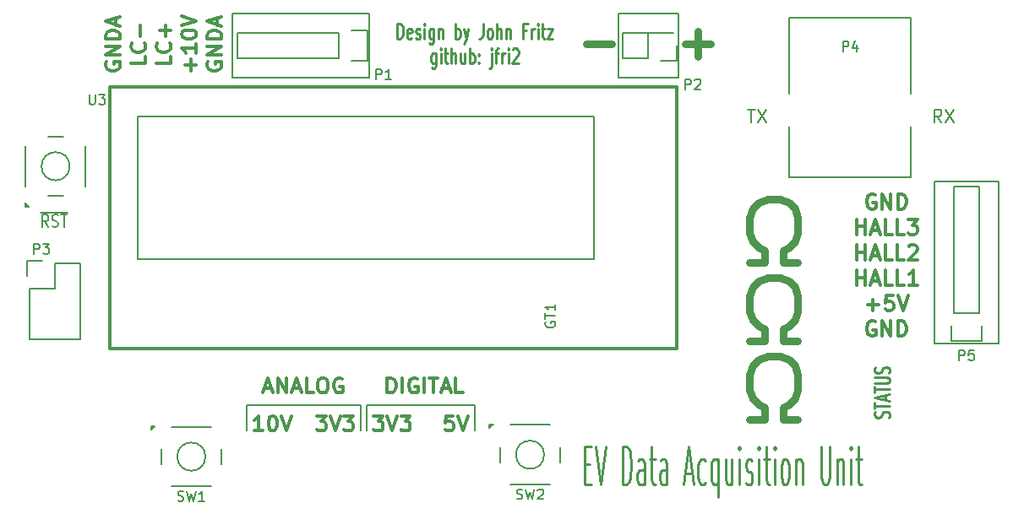
<source format=gbr>
G04 #@! TF.FileFunction,Legend,Top*
%FSLAX46Y46*%
G04 Gerber Fmt 4.6, Leading zero omitted, Abs format (unit mm)*
G04 Created by KiCad (PCBNEW 4.0.3-stable) date 09/02/16 18:28:01*
%MOMM*%
%LPD*%
G01*
G04 APERTURE LIST*
%ADD10C,0.100000*%
%ADD11C,0.762000*%
%ADD12C,0.254000*%
%ADD13C,0.190500*%
%ADD14C,0.300000*%
%ADD15C,0.200000*%
%ADD16C,0.158750*%
%ADD17C,0.150000*%
%ADD18C,0.130000*%
G04 APERTURE END LIST*
D10*
D11*
X176142953Y-63832619D02*
X177654858Y-63832619D01*
X177654858Y-62623095D01*
X177050096Y-62320714D01*
X176445334Y-61715952D01*
X176142953Y-60808810D01*
X176142953Y-59296905D01*
X176445334Y-58389762D01*
X177050096Y-57785000D01*
X177957239Y-57482619D01*
X179166762Y-57482619D01*
X180073905Y-57785000D01*
X180678667Y-58389762D01*
X180981048Y-59296905D01*
X180981048Y-60808810D01*
X180678667Y-61715952D01*
X180073905Y-62320714D01*
X179469143Y-62623095D01*
X179469143Y-63832619D01*
X180981048Y-63832619D01*
X176142953Y-79580619D02*
X177654858Y-79580619D01*
X177654858Y-78371095D01*
X177050096Y-78068714D01*
X176445334Y-77463952D01*
X176142953Y-76556810D01*
X176142953Y-75044905D01*
X176445334Y-74137762D01*
X177050096Y-73533000D01*
X177957239Y-73230619D01*
X179166762Y-73230619D01*
X180073905Y-73533000D01*
X180678667Y-74137762D01*
X180981048Y-75044905D01*
X180981048Y-76556810D01*
X180678667Y-77463952D01*
X180073905Y-78068714D01*
X179469143Y-78371095D01*
X179469143Y-79580619D01*
X180981048Y-79580619D01*
X176142953Y-71706619D02*
X177654858Y-71706619D01*
X177654858Y-70497095D01*
X177050096Y-70194714D01*
X176445334Y-69589952D01*
X176142953Y-68682810D01*
X176142953Y-67170905D01*
X176445334Y-66263762D01*
X177050096Y-65659000D01*
X177957239Y-65356619D01*
X179166762Y-65356619D01*
X180073905Y-65659000D01*
X180678667Y-66263762D01*
X180981048Y-67170905D01*
X180981048Y-68682810D01*
X180678667Y-69589952D01*
X180073905Y-70194714D01*
X179469143Y-70497095D01*
X179469143Y-71706619D01*
X180981048Y-71706619D01*
D12*
X159566430Y-84055857D02*
X160074430Y-84055857D01*
X160292144Y-86051571D02*
X159566430Y-86051571D01*
X159566430Y-82241571D01*
X160292144Y-82241571D01*
X160727573Y-82241571D02*
X161235573Y-86051571D01*
X161743573Y-82241571D01*
X163412716Y-86051571D02*
X163412716Y-82241571D01*
X163775573Y-82241571D01*
X163993288Y-82423000D01*
X164138430Y-82785857D01*
X164211002Y-83148714D01*
X164283573Y-83874429D01*
X164283573Y-84418714D01*
X164211002Y-85144429D01*
X164138430Y-85507286D01*
X163993288Y-85870143D01*
X163775573Y-86051571D01*
X163412716Y-86051571D01*
X165589859Y-86051571D02*
X165589859Y-84055857D01*
X165517288Y-83693000D01*
X165372145Y-83511571D01*
X165081859Y-83511571D01*
X164936716Y-83693000D01*
X165589859Y-85870143D02*
X165444716Y-86051571D01*
X165081859Y-86051571D01*
X164936716Y-85870143D01*
X164864145Y-85507286D01*
X164864145Y-85144429D01*
X164936716Y-84781571D01*
X165081859Y-84600143D01*
X165444716Y-84600143D01*
X165589859Y-84418714D01*
X166097859Y-83511571D02*
X166678430Y-83511571D01*
X166315573Y-82241571D02*
X166315573Y-85507286D01*
X166388145Y-85870143D01*
X166533287Y-86051571D01*
X166678430Y-86051571D01*
X167839573Y-86051571D02*
X167839573Y-84055857D01*
X167767002Y-83693000D01*
X167621859Y-83511571D01*
X167331573Y-83511571D01*
X167186430Y-83693000D01*
X167839573Y-85870143D02*
X167694430Y-86051571D01*
X167331573Y-86051571D01*
X167186430Y-85870143D01*
X167113859Y-85507286D01*
X167113859Y-85144429D01*
X167186430Y-84781571D01*
X167331573Y-84600143D01*
X167694430Y-84600143D01*
X167839573Y-84418714D01*
X169653859Y-84963000D02*
X170379573Y-84963000D01*
X169508716Y-86051571D02*
X170016716Y-82241571D01*
X170524716Y-86051571D01*
X171685859Y-85870143D02*
X171540716Y-86051571D01*
X171250430Y-86051571D01*
X171105288Y-85870143D01*
X171032716Y-85688714D01*
X170960145Y-85325857D01*
X170960145Y-84237286D01*
X171032716Y-83874429D01*
X171105288Y-83693000D01*
X171250430Y-83511571D01*
X171540716Y-83511571D01*
X171685859Y-83693000D01*
X172992145Y-83511571D02*
X172992145Y-87321571D01*
X172992145Y-85870143D02*
X172847002Y-86051571D01*
X172556716Y-86051571D01*
X172411574Y-85870143D01*
X172339002Y-85688714D01*
X172266431Y-85325857D01*
X172266431Y-84237286D01*
X172339002Y-83874429D01*
X172411574Y-83693000D01*
X172556716Y-83511571D01*
X172847002Y-83511571D01*
X172992145Y-83693000D01*
X174371002Y-83511571D02*
X174371002Y-86051571D01*
X173717859Y-83511571D02*
X173717859Y-85507286D01*
X173790431Y-85870143D01*
X173935573Y-86051571D01*
X174153288Y-86051571D01*
X174298431Y-85870143D01*
X174371002Y-85688714D01*
X175096716Y-86051571D02*
X175096716Y-83511571D01*
X175096716Y-82241571D02*
X175024145Y-82423000D01*
X175096716Y-82604429D01*
X175169288Y-82423000D01*
X175096716Y-82241571D01*
X175096716Y-82604429D01*
X175749859Y-85870143D02*
X175895002Y-86051571D01*
X176185287Y-86051571D01*
X176330430Y-85870143D01*
X176403002Y-85507286D01*
X176403002Y-85325857D01*
X176330430Y-84963000D01*
X176185287Y-84781571D01*
X175967573Y-84781571D01*
X175822430Y-84600143D01*
X175749859Y-84237286D01*
X175749859Y-84055857D01*
X175822430Y-83693000D01*
X175967573Y-83511571D01*
X176185287Y-83511571D01*
X176330430Y-83693000D01*
X177056144Y-86051571D02*
X177056144Y-83511571D01*
X177056144Y-82241571D02*
X176983573Y-82423000D01*
X177056144Y-82604429D01*
X177128716Y-82423000D01*
X177056144Y-82241571D01*
X177056144Y-82604429D01*
X177564144Y-83511571D02*
X178144715Y-83511571D01*
X177781858Y-82241571D02*
X177781858Y-85507286D01*
X177854430Y-85870143D01*
X177999572Y-86051571D01*
X178144715Y-86051571D01*
X178652715Y-86051571D02*
X178652715Y-83511571D01*
X178652715Y-82241571D02*
X178580144Y-82423000D01*
X178652715Y-82604429D01*
X178725287Y-82423000D01*
X178652715Y-82241571D01*
X178652715Y-82604429D01*
X179596143Y-86051571D02*
X179451001Y-85870143D01*
X179378429Y-85688714D01*
X179305858Y-85325857D01*
X179305858Y-84237286D01*
X179378429Y-83874429D01*
X179451001Y-83693000D01*
X179596143Y-83511571D01*
X179813858Y-83511571D01*
X179959001Y-83693000D01*
X180031572Y-83874429D01*
X180104143Y-84237286D01*
X180104143Y-85325857D01*
X180031572Y-85688714D01*
X179959001Y-85870143D01*
X179813858Y-86051571D01*
X179596143Y-86051571D01*
X180757286Y-83511571D02*
X180757286Y-86051571D01*
X180757286Y-83874429D02*
X180829858Y-83693000D01*
X180975000Y-83511571D01*
X181192715Y-83511571D01*
X181337858Y-83693000D01*
X181410429Y-84055857D01*
X181410429Y-86051571D01*
X183297286Y-82241571D02*
X183297286Y-85325857D01*
X183369858Y-85688714D01*
X183442429Y-85870143D01*
X183587572Y-86051571D01*
X183877858Y-86051571D01*
X184023000Y-85870143D01*
X184095572Y-85688714D01*
X184168143Y-85325857D01*
X184168143Y-82241571D01*
X184893857Y-83511571D02*
X184893857Y-86051571D01*
X184893857Y-83874429D02*
X184966429Y-83693000D01*
X185111571Y-83511571D01*
X185329286Y-83511571D01*
X185474429Y-83693000D01*
X185547000Y-84055857D01*
X185547000Y-86051571D01*
X186272714Y-86051571D02*
X186272714Y-83511571D01*
X186272714Y-82241571D02*
X186200143Y-82423000D01*
X186272714Y-82604429D01*
X186345286Y-82423000D01*
X186272714Y-82241571D01*
X186272714Y-82604429D01*
X186780714Y-83511571D02*
X187361285Y-83511571D01*
X186998428Y-82241571D02*
X186998428Y-85507286D01*
X187071000Y-85870143D01*
X187216142Y-86051571D01*
X187361285Y-86051571D01*
X140849049Y-41336571D02*
X140849049Y-39836571D01*
X141090954Y-39836571D01*
X141236096Y-39908000D01*
X141332858Y-40050857D01*
X141381239Y-40193714D01*
X141429620Y-40479429D01*
X141429620Y-40693714D01*
X141381239Y-40979429D01*
X141332858Y-41122286D01*
X141236096Y-41265143D01*
X141090954Y-41336571D01*
X140849049Y-41336571D01*
X142252096Y-41265143D02*
X142155334Y-41336571D01*
X141961811Y-41336571D01*
X141865049Y-41265143D01*
X141816668Y-41122286D01*
X141816668Y-40550857D01*
X141865049Y-40408000D01*
X141961811Y-40336571D01*
X142155334Y-40336571D01*
X142252096Y-40408000D01*
X142300477Y-40550857D01*
X142300477Y-40693714D01*
X141816668Y-40836571D01*
X142687525Y-41265143D02*
X142784287Y-41336571D01*
X142977811Y-41336571D01*
X143074572Y-41265143D01*
X143122953Y-41122286D01*
X143122953Y-41050857D01*
X143074572Y-40908000D01*
X142977811Y-40836571D01*
X142832668Y-40836571D01*
X142735906Y-40765143D01*
X142687525Y-40622286D01*
X142687525Y-40550857D01*
X142735906Y-40408000D01*
X142832668Y-40336571D01*
X142977811Y-40336571D01*
X143074572Y-40408000D01*
X143558382Y-41336571D02*
X143558382Y-40336571D01*
X143558382Y-39836571D02*
X143510001Y-39908000D01*
X143558382Y-39979429D01*
X143606763Y-39908000D01*
X143558382Y-39836571D01*
X143558382Y-39979429D01*
X144477620Y-40336571D02*
X144477620Y-41550857D01*
X144429239Y-41693714D01*
X144380858Y-41765143D01*
X144284097Y-41836571D01*
X144138954Y-41836571D01*
X144042192Y-41765143D01*
X144477620Y-41265143D02*
X144380858Y-41336571D01*
X144187335Y-41336571D01*
X144090573Y-41265143D01*
X144042192Y-41193714D01*
X143993811Y-41050857D01*
X143993811Y-40622286D01*
X144042192Y-40479429D01*
X144090573Y-40408000D01*
X144187335Y-40336571D01*
X144380858Y-40336571D01*
X144477620Y-40408000D01*
X144961430Y-40336571D02*
X144961430Y-41336571D01*
X144961430Y-40479429D02*
X145009811Y-40408000D01*
X145106573Y-40336571D01*
X145251715Y-40336571D01*
X145348477Y-40408000D01*
X145396858Y-40550857D01*
X145396858Y-41336571D01*
X146654763Y-41336571D02*
X146654763Y-39836571D01*
X146654763Y-40408000D02*
X146751525Y-40336571D01*
X146945048Y-40336571D01*
X147041810Y-40408000D01*
X147090191Y-40479429D01*
X147138572Y-40622286D01*
X147138572Y-41050857D01*
X147090191Y-41193714D01*
X147041810Y-41265143D01*
X146945048Y-41336571D01*
X146751525Y-41336571D01*
X146654763Y-41265143D01*
X147477239Y-40336571D02*
X147719144Y-41336571D01*
X147961048Y-40336571D02*
X147719144Y-41336571D01*
X147622382Y-41693714D01*
X147574001Y-41765143D01*
X147477239Y-41836571D01*
X149412476Y-39836571D02*
X149412476Y-40908000D01*
X149364096Y-41122286D01*
X149267334Y-41265143D01*
X149122191Y-41336571D01*
X149025429Y-41336571D01*
X150041429Y-41336571D02*
X149944667Y-41265143D01*
X149896286Y-41193714D01*
X149847905Y-41050857D01*
X149847905Y-40622286D01*
X149896286Y-40479429D01*
X149944667Y-40408000D01*
X150041429Y-40336571D01*
X150186571Y-40336571D01*
X150283333Y-40408000D01*
X150331714Y-40479429D01*
X150380095Y-40622286D01*
X150380095Y-41050857D01*
X150331714Y-41193714D01*
X150283333Y-41265143D01*
X150186571Y-41336571D01*
X150041429Y-41336571D01*
X150815524Y-41336571D02*
X150815524Y-39836571D01*
X151250952Y-41336571D02*
X151250952Y-40550857D01*
X151202571Y-40408000D01*
X151105809Y-40336571D01*
X150960667Y-40336571D01*
X150863905Y-40408000D01*
X150815524Y-40479429D01*
X151734762Y-40336571D02*
X151734762Y-41336571D01*
X151734762Y-40479429D02*
X151783143Y-40408000D01*
X151879905Y-40336571D01*
X152025047Y-40336571D01*
X152121809Y-40408000D01*
X152170190Y-40550857D01*
X152170190Y-41336571D01*
X153766761Y-40550857D02*
X153428095Y-40550857D01*
X153428095Y-41336571D02*
X153428095Y-39836571D01*
X153911904Y-39836571D01*
X154298952Y-41336571D02*
X154298952Y-40336571D01*
X154298952Y-40622286D02*
X154347333Y-40479429D01*
X154395714Y-40408000D01*
X154492476Y-40336571D01*
X154589237Y-40336571D01*
X154927904Y-41336571D02*
X154927904Y-40336571D01*
X154927904Y-39836571D02*
X154879523Y-39908000D01*
X154927904Y-39979429D01*
X154976285Y-39908000D01*
X154927904Y-39836571D01*
X154927904Y-39979429D01*
X155266571Y-40336571D02*
X155653619Y-40336571D01*
X155411714Y-39836571D02*
X155411714Y-41122286D01*
X155460095Y-41265143D01*
X155556857Y-41336571D01*
X155653619Y-41336571D01*
X155895523Y-40336571D02*
X156427713Y-40336571D01*
X155895523Y-41336571D01*
X156427713Y-41336571D01*
X144695333Y-42840571D02*
X144695333Y-44054857D01*
X144646952Y-44197714D01*
X144598571Y-44269143D01*
X144501810Y-44340571D01*
X144356667Y-44340571D01*
X144259905Y-44269143D01*
X144695333Y-43769143D02*
X144598571Y-43840571D01*
X144405048Y-43840571D01*
X144308286Y-43769143D01*
X144259905Y-43697714D01*
X144211524Y-43554857D01*
X144211524Y-43126286D01*
X144259905Y-42983429D01*
X144308286Y-42912000D01*
X144405048Y-42840571D01*
X144598571Y-42840571D01*
X144695333Y-42912000D01*
X145179143Y-43840571D02*
X145179143Y-42840571D01*
X145179143Y-42340571D02*
X145130762Y-42412000D01*
X145179143Y-42483429D01*
X145227524Y-42412000D01*
X145179143Y-42340571D01*
X145179143Y-42483429D01*
X145517810Y-42840571D02*
X145904858Y-42840571D01*
X145662953Y-42340571D02*
X145662953Y-43626286D01*
X145711334Y-43769143D01*
X145808096Y-43840571D01*
X145904858Y-43840571D01*
X146243524Y-43840571D02*
X146243524Y-42340571D01*
X146678952Y-43840571D02*
X146678952Y-43054857D01*
X146630571Y-42912000D01*
X146533809Y-42840571D01*
X146388667Y-42840571D01*
X146291905Y-42912000D01*
X146243524Y-42983429D01*
X147598190Y-42840571D02*
X147598190Y-43840571D01*
X147162762Y-42840571D02*
X147162762Y-43626286D01*
X147211143Y-43769143D01*
X147307905Y-43840571D01*
X147453047Y-43840571D01*
X147549809Y-43769143D01*
X147598190Y-43697714D01*
X148082000Y-43840571D02*
X148082000Y-42340571D01*
X148082000Y-42912000D02*
X148178762Y-42840571D01*
X148372285Y-42840571D01*
X148469047Y-42912000D01*
X148517428Y-42983429D01*
X148565809Y-43126286D01*
X148565809Y-43554857D01*
X148517428Y-43697714D01*
X148469047Y-43769143D01*
X148372285Y-43840571D01*
X148178762Y-43840571D01*
X148082000Y-43769143D01*
X149001238Y-43697714D02*
X149049619Y-43769143D01*
X149001238Y-43840571D01*
X148952857Y-43769143D01*
X149001238Y-43697714D01*
X149001238Y-43840571D01*
X149001238Y-42912000D02*
X149049619Y-42983429D01*
X149001238Y-43054857D01*
X148952857Y-42983429D01*
X149001238Y-42912000D01*
X149001238Y-43054857D01*
X150259143Y-42840571D02*
X150259143Y-44126286D01*
X150210762Y-44269143D01*
X150114000Y-44340571D01*
X150065619Y-44340571D01*
X150259143Y-42340571D02*
X150210762Y-42412000D01*
X150259143Y-42483429D01*
X150307524Y-42412000D01*
X150259143Y-42340571D01*
X150259143Y-42483429D01*
X150597810Y-42840571D02*
X150984858Y-42840571D01*
X150742953Y-43840571D02*
X150742953Y-42554857D01*
X150791334Y-42412000D01*
X150888096Y-42340571D01*
X150984858Y-42340571D01*
X151323524Y-43840571D02*
X151323524Y-42840571D01*
X151323524Y-43126286D02*
X151371905Y-42983429D01*
X151420286Y-42912000D01*
X151517048Y-42840571D01*
X151613809Y-42840571D01*
X151952476Y-43840571D02*
X151952476Y-42840571D01*
X151952476Y-42340571D02*
X151904095Y-42412000D01*
X151952476Y-42483429D01*
X152000857Y-42412000D01*
X151952476Y-42340571D01*
X151952476Y-42483429D01*
X152387905Y-42483429D02*
X152436286Y-42412000D01*
X152533048Y-42340571D01*
X152774952Y-42340571D01*
X152871714Y-42412000D01*
X152920095Y-42483429D01*
X152968476Y-42626286D01*
X152968476Y-42769143D01*
X152920095Y-42983429D01*
X152339524Y-43840571D01*
X152968476Y-43840571D01*
D13*
X105869619Y-60264524D02*
X105530953Y-59659762D01*
X105289048Y-60264524D02*
X105289048Y-58994524D01*
X105676095Y-58994524D01*
X105772857Y-59055000D01*
X105821238Y-59115476D01*
X105869619Y-59236429D01*
X105869619Y-59417857D01*
X105821238Y-59538810D01*
X105772857Y-59599286D01*
X105676095Y-59659762D01*
X105289048Y-59659762D01*
X106256667Y-60204048D02*
X106401810Y-60264524D01*
X106643714Y-60264524D01*
X106740476Y-60204048D01*
X106788857Y-60143571D01*
X106837238Y-60022619D01*
X106837238Y-59901667D01*
X106788857Y-59780714D01*
X106740476Y-59720238D01*
X106643714Y-59659762D01*
X106450191Y-59599286D01*
X106353429Y-59538810D01*
X106305048Y-59478333D01*
X106256667Y-59357381D01*
X106256667Y-59236429D01*
X106305048Y-59115476D01*
X106353429Y-59055000D01*
X106450191Y-58994524D01*
X106692095Y-58994524D01*
X106837238Y-59055000D01*
X107127524Y-58994524D02*
X107708095Y-58994524D01*
X107417810Y-60264524D02*
X107417810Y-58994524D01*
X105047143Y-58775600D02*
X107804857Y-58775600D01*
D14*
X188722143Y-57010000D02*
X188579286Y-56938571D01*
X188365000Y-56938571D01*
X188150715Y-57010000D01*
X188007857Y-57152857D01*
X187936429Y-57295714D01*
X187865000Y-57581429D01*
X187865000Y-57795714D01*
X187936429Y-58081429D01*
X188007857Y-58224286D01*
X188150715Y-58367143D01*
X188365000Y-58438571D01*
X188507857Y-58438571D01*
X188722143Y-58367143D01*
X188793572Y-58295714D01*
X188793572Y-57795714D01*
X188507857Y-57795714D01*
X189436429Y-58438571D02*
X189436429Y-56938571D01*
X190293572Y-58438571D01*
X190293572Y-56938571D01*
X191007858Y-58438571D02*
X191007858Y-56938571D01*
X191365001Y-56938571D01*
X191579286Y-57010000D01*
X191722144Y-57152857D01*
X191793572Y-57295714D01*
X191865001Y-57581429D01*
X191865001Y-57795714D01*
X191793572Y-58081429D01*
X191722144Y-58224286D01*
X191579286Y-58367143D01*
X191365001Y-58438571D01*
X191007858Y-58438571D01*
X186865000Y-60988571D02*
X186865000Y-59488571D01*
X186865000Y-60202857D02*
X187722143Y-60202857D01*
X187722143Y-60988571D02*
X187722143Y-59488571D01*
X188365000Y-60560000D02*
X189079286Y-60560000D01*
X188222143Y-60988571D02*
X188722143Y-59488571D01*
X189222143Y-60988571D01*
X190436429Y-60988571D02*
X189722143Y-60988571D01*
X189722143Y-59488571D01*
X191650715Y-60988571D02*
X190936429Y-60988571D01*
X190936429Y-59488571D01*
X192007858Y-59488571D02*
X192936429Y-59488571D01*
X192436429Y-60060000D01*
X192650715Y-60060000D01*
X192793572Y-60131429D01*
X192865001Y-60202857D01*
X192936429Y-60345714D01*
X192936429Y-60702857D01*
X192865001Y-60845714D01*
X192793572Y-60917143D01*
X192650715Y-60988571D01*
X192222143Y-60988571D01*
X192079286Y-60917143D01*
X192007858Y-60845714D01*
X186865000Y-63538571D02*
X186865000Y-62038571D01*
X186865000Y-62752857D02*
X187722143Y-62752857D01*
X187722143Y-63538571D02*
X187722143Y-62038571D01*
X188365000Y-63110000D02*
X189079286Y-63110000D01*
X188222143Y-63538571D02*
X188722143Y-62038571D01*
X189222143Y-63538571D01*
X190436429Y-63538571D02*
X189722143Y-63538571D01*
X189722143Y-62038571D01*
X191650715Y-63538571D02*
X190936429Y-63538571D01*
X190936429Y-62038571D01*
X192079286Y-62181429D02*
X192150715Y-62110000D01*
X192293572Y-62038571D01*
X192650715Y-62038571D01*
X192793572Y-62110000D01*
X192865001Y-62181429D01*
X192936429Y-62324286D01*
X192936429Y-62467143D01*
X192865001Y-62681429D01*
X192007858Y-63538571D01*
X192936429Y-63538571D01*
X186865000Y-66088571D02*
X186865000Y-64588571D01*
X186865000Y-65302857D02*
X187722143Y-65302857D01*
X187722143Y-66088571D02*
X187722143Y-64588571D01*
X188365000Y-65660000D02*
X189079286Y-65660000D01*
X188222143Y-66088571D02*
X188722143Y-64588571D01*
X189222143Y-66088571D01*
X190436429Y-66088571D02*
X189722143Y-66088571D01*
X189722143Y-64588571D01*
X191650715Y-66088571D02*
X190936429Y-66088571D01*
X190936429Y-64588571D01*
X192936429Y-66088571D02*
X192079286Y-66088571D01*
X192507858Y-66088571D02*
X192507858Y-64588571D01*
X192365001Y-64802857D01*
X192222143Y-64945714D01*
X192079286Y-65017143D01*
X187936429Y-68067143D02*
X189079286Y-68067143D01*
X188507857Y-68638571D02*
X188507857Y-67495714D01*
X190507858Y-67138571D02*
X189793572Y-67138571D01*
X189722143Y-67852857D01*
X189793572Y-67781429D01*
X189936429Y-67710000D01*
X190293572Y-67710000D01*
X190436429Y-67781429D01*
X190507858Y-67852857D01*
X190579286Y-67995714D01*
X190579286Y-68352857D01*
X190507858Y-68495714D01*
X190436429Y-68567143D01*
X190293572Y-68638571D01*
X189936429Y-68638571D01*
X189793572Y-68567143D01*
X189722143Y-68495714D01*
X191007857Y-67138571D02*
X191507857Y-68638571D01*
X192007857Y-67138571D01*
X188722143Y-69760000D02*
X188579286Y-69688571D01*
X188365000Y-69688571D01*
X188150715Y-69760000D01*
X188007857Y-69902857D01*
X187936429Y-70045714D01*
X187865000Y-70331429D01*
X187865000Y-70545714D01*
X187936429Y-70831429D01*
X188007857Y-70974286D01*
X188150715Y-71117143D01*
X188365000Y-71188571D01*
X188507857Y-71188571D01*
X188722143Y-71117143D01*
X188793572Y-71045714D01*
X188793572Y-70545714D01*
X188507857Y-70545714D01*
X189436429Y-71188571D02*
X189436429Y-69688571D01*
X190293572Y-71188571D01*
X190293572Y-69688571D01*
X191007858Y-71188571D02*
X191007858Y-69688571D01*
X191365001Y-69688571D01*
X191579286Y-69760000D01*
X191722144Y-69902857D01*
X191793572Y-70045714D01*
X191865001Y-70331429D01*
X191865001Y-70545714D01*
X191793572Y-70831429D01*
X191722144Y-70974286D01*
X191579286Y-71117143D01*
X191365001Y-71188571D01*
X191007858Y-71188571D01*
X121805000Y-43695714D02*
X121733571Y-43838571D01*
X121733571Y-44052857D01*
X121805000Y-44267142D01*
X121947857Y-44410000D01*
X122090714Y-44481428D01*
X122376429Y-44552857D01*
X122590714Y-44552857D01*
X122876429Y-44481428D01*
X123019286Y-44410000D01*
X123162143Y-44267142D01*
X123233571Y-44052857D01*
X123233571Y-43910000D01*
X123162143Y-43695714D01*
X123090714Y-43624285D01*
X122590714Y-43624285D01*
X122590714Y-43910000D01*
X123233571Y-42981428D02*
X121733571Y-42981428D01*
X123233571Y-42124285D01*
X121733571Y-42124285D01*
X123233571Y-41409999D02*
X121733571Y-41409999D01*
X121733571Y-41052856D01*
X121805000Y-40838571D01*
X121947857Y-40695713D01*
X122090714Y-40624285D01*
X122376429Y-40552856D01*
X122590714Y-40552856D01*
X122876429Y-40624285D01*
X123019286Y-40695713D01*
X123162143Y-40838571D01*
X123233571Y-41052856D01*
X123233571Y-41409999D01*
X122805000Y-39981428D02*
X122805000Y-39267142D01*
X123233571Y-40124285D02*
X121733571Y-39624285D01*
X123233571Y-39124285D01*
X115613571Y-43124285D02*
X115613571Y-43838571D01*
X114113571Y-43838571D01*
X115470714Y-41767142D02*
X115542143Y-41838571D01*
X115613571Y-42052857D01*
X115613571Y-42195714D01*
X115542143Y-42409999D01*
X115399286Y-42552857D01*
X115256429Y-42624285D01*
X114970714Y-42695714D01*
X114756429Y-42695714D01*
X114470714Y-42624285D01*
X114327857Y-42552857D01*
X114185000Y-42409999D01*
X114113571Y-42195714D01*
X114113571Y-42052857D01*
X114185000Y-41838571D01*
X114256429Y-41767142D01*
X115042143Y-41124285D02*
X115042143Y-39981428D01*
X118153571Y-43124285D02*
X118153571Y-43838571D01*
X116653571Y-43838571D01*
X118010714Y-41767142D02*
X118082143Y-41838571D01*
X118153571Y-42052857D01*
X118153571Y-42195714D01*
X118082143Y-42409999D01*
X117939286Y-42552857D01*
X117796429Y-42624285D01*
X117510714Y-42695714D01*
X117296429Y-42695714D01*
X117010714Y-42624285D01*
X116867857Y-42552857D01*
X116725000Y-42409999D01*
X116653571Y-42195714D01*
X116653571Y-42052857D01*
X116725000Y-41838571D01*
X116796429Y-41767142D01*
X117582143Y-41124285D02*
X117582143Y-39981428D01*
X118153571Y-40552857D02*
X117010714Y-40552857D01*
X120122143Y-44552856D02*
X120122143Y-43409999D01*
X120693571Y-43981428D02*
X119550714Y-43981428D01*
X120693571Y-41909999D02*
X120693571Y-42767142D01*
X120693571Y-42338570D02*
X119193571Y-42338570D01*
X119407857Y-42481427D01*
X119550714Y-42624285D01*
X119622143Y-42767142D01*
X119193571Y-40981428D02*
X119193571Y-40838571D01*
X119265000Y-40695714D01*
X119336429Y-40624285D01*
X119479286Y-40552856D01*
X119765000Y-40481428D01*
X120122143Y-40481428D01*
X120407857Y-40552856D01*
X120550714Y-40624285D01*
X120622143Y-40695714D01*
X120693571Y-40838571D01*
X120693571Y-40981428D01*
X120622143Y-41124285D01*
X120550714Y-41195714D01*
X120407857Y-41267142D01*
X120122143Y-41338571D01*
X119765000Y-41338571D01*
X119479286Y-41267142D01*
X119336429Y-41195714D01*
X119265000Y-41124285D01*
X119193571Y-40981428D01*
X119193571Y-40052857D02*
X120693571Y-39552857D01*
X119193571Y-39052857D01*
X111645000Y-43695714D02*
X111573571Y-43838571D01*
X111573571Y-44052857D01*
X111645000Y-44267142D01*
X111787857Y-44410000D01*
X111930714Y-44481428D01*
X112216429Y-44552857D01*
X112430714Y-44552857D01*
X112716429Y-44481428D01*
X112859286Y-44410000D01*
X113002143Y-44267142D01*
X113073571Y-44052857D01*
X113073571Y-43910000D01*
X113002143Y-43695714D01*
X112930714Y-43624285D01*
X112430714Y-43624285D01*
X112430714Y-43910000D01*
X113073571Y-42981428D02*
X111573571Y-42981428D01*
X113073571Y-42124285D01*
X111573571Y-42124285D01*
X113073571Y-41409999D02*
X111573571Y-41409999D01*
X111573571Y-41052856D01*
X111645000Y-40838571D01*
X111787857Y-40695713D01*
X111930714Y-40624285D01*
X112216429Y-40552856D01*
X112430714Y-40552856D01*
X112716429Y-40624285D01*
X112859286Y-40695713D01*
X113002143Y-40838571D01*
X113073571Y-41052856D01*
X113073571Y-41409999D01*
X112645000Y-39981428D02*
X112645000Y-39267142D01*
X113073571Y-40124285D02*
X111573571Y-39624285D01*
X113073571Y-39124285D01*
D11*
X159766000Y-41910000D02*
X162306000Y-41910000D01*
X169672000Y-41910000D02*
X172212000Y-41910000D01*
X170942000Y-40640000D02*
X170942000Y-43180000D01*
D14*
X127516428Y-76450000D02*
X128230714Y-76450000D01*
X127373571Y-76878571D02*
X127873571Y-75378571D01*
X128373571Y-76878571D01*
X128873571Y-76878571D02*
X128873571Y-75378571D01*
X129730714Y-76878571D01*
X129730714Y-75378571D01*
X130373571Y-76450000D02*
X131087857Y-76450000D01*
X130230714Y-76878571D02*
X130730714Y-75378571D01*
X131230714Y-76878571D01*
X132445000Y-76878571D02*
X131730714Y-76878571D01*
X131730714Y-75378571D01*
X133230714Y-75378571D02*
X133516428Y-75378571D01*
X133659286Y-75450000D01*
X133802143Y-75592857D01*
X133873571Y-75878571D01*
X133873571Y-76378571D01*
X133802143Y-76664286D01*
X133659286Y-76807143D01*
X133516428Y-76878571D01*
X133230714Y-76878571D01*
X133087857Y-76807143D01*
X132945000Y-76664286D01*
X132873571Y-76378571D01*
X132873571Y-75878571D01*
X132945000Y-75592857D01*
X133087857Y-75450000D01*
X133230714Y-75378571D01*
X135302143Y-75450000D02*
X135159286Y-75378571D01*
X134945000Y-75378571D01*
X134730715Y-75450000D01*
X134587857Y-75592857D01*
X134516429Y-75735714D01*
X134445000Y-76021429D01*
X134445000Y-76235714D01*
X134516429Y-76521429D01*
X134587857Y-76664286D01*
X134730715Y-76807143D01*
X134945000Y-76878571D01*
X135087857Y-76878571D01*
X135302143Y-76807143D01*
X135373572Y-76735714D01*
X135373572Y-76235714D01*
X135087857Y-76235714D01*
X139831429Y-76878571D02*
X139831429Y-75378571D01*
X140188572Y-75378571D01*
X140402857Y-75450000D01*
X140545715Y-75592857D01*
X140617143Y-75735714D01*
X140688572Y-76021429D01*
X140688572Y-76235714D01*
X140617143Y-76521429D01*
X140545715Y-76664286D01*
X140402857Y-76807143D01*
X140188572Y-76878571D01*
X139831429Y-76878571D01*
X141331429Y-76878571D02*
X141331429Y-75378571D01*
X142831429Y-75450000D02*
X142688572Y-75378571D01*
X142474286Y-75378571D01*
X142260001Y-75450000D01*
X142117143Y-75592857D01*
X142045715Y-75735714D01*
X141974286Y-76021429D01*
X141974286Y-76235714D01*
X142045715Y-76521429D01*
X142117143Y-76664286D01*
X142260001Y-76807143D01*
X142474286Y-76878571D01*
X142617143Y-76878571D01*
X142831429Y-76807143D01*
X142902858Y-76735714D01*
X142902858Y-76235714D01*
X142617143Y-76235714D01*
X143545715Y-76878571D02*
X143545715Y-75378571D01*
X144045715Y-75378571D02*
X144902858Y-75378571D01*
X144474287Y-76878571D02*
X144474287Y-75378571D01*
X145331429Y-76450000D02*
X146045715Y-76450000D01*
X145188572Y-76878571D02*
X145688572Y-75378571D01*
X146188572Y-76878571D01*
X147402858Y-76878571D02*
X146688572Y-76878571D01*
X146688572Y-75378571D01*
D15*
X137160000Y-78105000D02*
X137160000Y-80645000D01*
X125730000Y-78105000D02*
X137160000Y-78105000D01*
X125730000Y-80645000D02*
X125730000Y-78105000D01*
X148590000Y-78105000D02*
X148590000Y-80645000D01*
X137795000Y-78105000D02*
X148590000Y-78105000D01*
X137795000Y-80645000D02*
X137795000Y-78105000D01*
D16*
X195368333Y-49723524D02*
X194945000Y-49118762D01*
X194642619Y-49723524D02*
X194642619Y-48453524D01*
X195126428Y-48453524D01*
X195247381Y-48514000D01*
X195307857Y-48574476D01*
X195368333Y-48695429D01*
X195368333Y-48876857D01*
X195307857Y-48997810D01*
X195247381Y-49058286D01*
X195126428Y-49118762D01*
X194642619Y-49118762D01*
X195791667Y-48453524D02*
X196638333Y-49723524D01*
X196638333Y-48453524D02*
X195791667Y-49723524D01*
X175943381Y-48453524D02*
X176669096Y-48453524D01*
X176306239Y-49723524D02*
X176306239Y-48453524D01*
X176971477Y-48453524D02*
X177818143Y-49723524D01*
X177818143Y-48453524D02*
X176971477Y-49723524D01*
D12*
X190100857Y-79350809D02*
X190173429Y-79205666D01*
X190173429Y-78963762D01*
X190100857Y-78867000D01*
X190028286Y-78818619D01*
X189883143Y-78770238D01*
X189738000Y-78770238D01*
X189592857Y-78818619D01*
X189520286Y-78867000D01*
X189447714Y-78963762D01*
X189375143Y-79157285D01*
X189302571Y-79254047D01*
X189230000Y-79302428D01*
X189084857Y-79350809D01*
X188939714Y-79350809D01*
X188794571Y-79302428D01*
X188722000Y-79254047D01*
X188649429Y-79157285D01*
X188649429Y-78915381D01*
X188722000Y-78770238D01*
X188649429Y-78479952D02*
X188649429Y-77899381D01*
X190173429Y-78189666D02*
X188649429Y-78189666D01*
X189738000Y-77609095D02*
X189738000Y-77125286D01*
X190173429Y-77705857D02*
X188649429Y-77367190D01*
X190173429Y-77028524D01*
X188649429Y-76835000D02*
X188649429Y-76254429D01*
X190173429Y-76544714D02*
X188649429Y-76544714D01*
X188649429Y-75915762D02*
X189883143Y-75915762D01*
X190028286Y-75867381D01*
X190100857Y-75819000D01*
X190173429Y-75722238D01*
X190173429Y-75528715D01*
X190100857Y-75431953D01*
X190028286Y-75383572D01*
X189883143Y-75335191D01*
X188649429Y-75335191D01*
X190100857Y-74899762D02*
X190173429Y-74754619D01*
X190173429Y-74512715D01*
X190100857Y-74415953D01*
X190028286Y-74367572D01*
X189883143Y-74319191D01*
X189738000Y-74319191D01*
X189592857Y-74367572D01*
X189520286Y-74415953D01*
X189447714Y-74512715D01*
X189375143Y-74706238D01*
X189302571Y-74803000D01*
X189230000Y-74851381D01*
X189084857Y-74899762D01*
X188939714Y-74899762D01*
X188794571Y-74851381D01*
X188722000Y-74803000D01*
X188649429Y-74706238D01*
X188649429Y-74464334D01*
X188722000Y-74319191D01*
D14*
X132762858Y-79188571D02*
X133691429Y-79188571D01*
X133191429Y-79760000D01*
X133405715Y-79760000D01*
X133548572Y-79831429D01*
X133620001Y-79902857D01*
X133691429Y-80045714D01*
X133691429Y-80402857D01*
X133620001Y-80545714D01*
X133548572Y-80617143D01*
X133405715Y-80688571D01*
X132977143Y-80688571D01*
X132834286Y-80617143D01*
X132762858Y-80545714D01*
X134120000Y-79188571D02*
X134620000Y-80688571D01*
X135120000Y-79188571D01*
X135477143Y-79188571D02*
X136405714Y-79188571D01*
X135905714Y-79760000D01*
X136120000Y-79760000D01*
X136262857Y-79831429D01*
X136334286Y-79902857D01*
X136405714Y-80045714D01*
X136405714Y-80402857D01*
X136334286Y-80545714D01*
X136262857Y-80617143D01*
X136120000Y-80688571D01*
X135691428Y-80688571D01*
X135548571Y-80617143D01*
X135477143Y-80545714D01*
X138477858Y-79188571D02*
X139406429Y-79188571D01*
X138906429Y-79760000D01*
X139120715Y-79760000D01*
X139263572Y-79831429D01*
X139335001Y-79902857D01*
X139406429Y-80045714D01*
X139406429Y-80402857D01*
X139335001Y-80545714D01*
X139263572Y-80617143D01*
X139120715Y-80688571D01*
X138692143Y-80688571D01*
X138549286Y-80617143D01*
X138477858Y-80545714D01*
X139835000Y-79188571D02*
X140335000Y-80688571D01*
X140835000Y-79188571D01*
X141192143Y-79188571D02*
X142120714Y-79188571D01*
X141620714Y-79760000D01*
X141835000Y-79760000D01*
X141977857Y-79831429D01*
X142049286Y-79902857D01*
X142120714Y-80045714D01*
X142120714Y-80402857D01*
X142049286Y-80545714D01*
X141977857Y-80617143D01*
X141835000Y-80688571D01*
X141406428Y-80688571D01*
X141263571Y-80617143D01*
X141192143Y-80545714D01*
X146399287Y-79188571D02*
X145685001Y-79188571D01*
X145613572Y-79902857D01*
X145685001Y-79831429D01*
X145827858Y-79760000D01*
X146185001Y-79760000D01*
X146327858Y-79831429D01*
X146399287Y-79902857D01*
X146470715Y-80045714D01*
X146470715Y-80402857D01*
X146399287Y-80545714D01*
X146327858Y-80617143D01*
X146185001Y-80688571D01*
X145827858Y-80688571D01*
X145685001Y-80617143D01*
X145613572Y-80545714D01*
X146899286Y-79188571D02*
X147399286Y-80688571D01*
X147899286Y-79188571D01*
X127341429Y-80688571D02*
X126484286Y-80688571D01*
X126912858Y-80688571D02*
X126912858Y-79188571D01*
X126770001Y-79402857D01*
X126627143Y-79545714D01*
X126484286Y-79617143D01*
X128270000Y-79188571D02*
X128412857Y-79188571D01*
X128555714Y-79260000D01*
X128627143Y-79331429D01*
X128698572Y-79474286D01*
X128770000Y-79760000D01*
X128770000Y-80117143D01*
X128698572Y-80402857D01*
X128627143Y-80545714D01*
X128555714Y-80617143D01*
X128412857Y-80688571D01*
X128270000Y-80688571D01*
X128127143Y-80617143D01*
X128055714Y-80545714D01*
X127984286Y-80402857D01*
X127912857Y-80117143D01*
X127912857Y-79760000D01*
X127984286Y-79474286D01*
X128055714Y-79331429D01*
X128127143Y-79260000D01*
X128270000Y-79188571D01*
X129198571Y-79188571D02*
X129698571Y-80688571D01*
X130198571Y-79188571D01*
D17*
X116240000Y-80280000D02*
X116240000Y-80380000D01*
X116140000Y-80230000D02*
X116490000Y-80230000D01*
X116490000Y-80230000D02*
G75*
G03X116140000Y-80580000I700000J-1050000D01*
G01*
X116140000Y-80230000D02*
X116140000Y-80580000D01*
X121604214Y-83280000D02*
G75*
G03X121604214Y-83280000I-1414214J0D01*
G01*
X118190000Y-86280000D02*
X122190000Y-86280000D01*
X118190000Y-80280000D02*
X122190000Y-80280000D01*
X117190000Y-84030000D02*
X117190000Y-82530000D01*
X123190000Y-82530000D02*
X123190000Y-84030000D01*
D10*
X117190000Y-83280000D02*
X117190000Y-83280000D01*
X122190000Y-86280000D02*
X118190000Y-86280000D01*
X122190000Y-80280000D02*
X118190000Y-80280000D01*
X123190000Y-83280000D02*
X123190000Y-83280000D01*
X121604214Y-83280000D02*
G75*
G03X121604214Y-83280000I-1414214J0D01*
G01*
D17*
X150180000Y-80090000D02*
X150180000Y-80190000D01*
X150080000Y-80040000D02*
X150430000Y-80040000D01*
X150430000Y-80040000D02*
G75*
G03X150080000Y-80390000I700000J-1050000D01*
G01*
X150080000Y-80040000D02*
X150080000Y-80390000D01*
X155544214Y-83090000D02*
G75*
G03X155544214Y-83090000I-1414214J0D01*
G01*
X152130000Y-86090000D02*
X156130000Y-86090000D01*
X152130000Y-80090000D02*
X156130000Y-80090000D01*
X151130000Y-83840000D02*
X151130000Y-82340000D01*
X157130000Y-82340000D02*
X157130000Y-83840000D01*
D10*
X151130000Y-83090000D02*
X151130000Y-83090000D01*
X156130000Y-86090000D02*
X152130000Y-86090000D01*
X156130000Y-80090000D02*
X152130000Y-80090000D01*
X157130000Y-83090000D02*
X157130000Y-83090000D01*
X155544214Y-83090000D02*
G75*
G03X155544214Y-83090000I-1414214J0D01*
G01*
D17*
X103585000Y-58100000D02*
X103685000Y-58100000D01*
X103535000Y-58200000D02*
X103535000Y-57850000D01*
X103535000Y-57850000D02*
G75*
G03X103885000Y-58200000I1050000J700000D01*
G01*
X103535000Y-58200000D02*
X103885000Y-58200000D01*
X107999214Y-54150000D02*
G75*
G03X107999214Y-54150000I-1414214J0D01*
G01*
X109585000Y-56150000D02*
X109585000Y-52150000D01*
X103585000Y-56150000D02*
X103585000Y-52150000D01*
X107335000Y-57150000D02*
X105835000Y-57150000D01*
X105835000Y-51150000D02*
X107335000Y-51150000D01*
D10*
X106585000Y-57150000D02*
X106585000Y-57150000D01*
X109585000Y-52150000D02*
X109585000Y-56150000D01*
X103585000Y-52150000D02*
X103585000Y-56150000D01*
X106585000Y-51150000D02*
X106585000Y-51150000D01*
X107999214Y-54150000D02*
G75*
G03X107999214Y-54150000I-1414214J0D01*
G01*
D18*
X114825000Y-49125000D02*
X114825000Y-63425000D01*
X114825000Y-49125000D02*
X160525000Y-49125000D01*
D14*
X168825000Y-46225000D02*
X168825000Y-72425000D01*
X112025000Y-46225000D02*
X168825000Y-46225000D01*
X112025000Y-72425000D02*
X168825000Y-72425000D01*
X112025000Y-46225000D02*
X112025000Y-72425000D01*
D18*
X114825000Y-63425000D02*
X160525000Y-63425000D01*
X160525000Y-49125000D02*
X160525000Y-63425000D01*
D17*
X104013000Y-66421000D02*
X104013000Y-71501000D01*
X103733000Y-63601000D02*
X105283000Y-63601000D01*
X106553000Y-63881000D02*
X106553000Y-66421000D01*
X106553000Y-66421000D02*
X104013000Y-66421000D01*
X104013000Y-71501000D02*
X109093000Y-71501000D01*
X109093000Y-71501000D02*
X109093000Y-66421000D01*
X103733000Y-63601000D02*
X103733000Y-65151000D01*
X109093000Y-63881000D02*
X106553000Y-63881000D01*
X109093000Y-66421000D02*
X109093000Y-63881000D01*
D18*
X138021000Y-38787000D02*
X138021000Y-42037000D01*
X124271000Y-38787000D02*
X138021000Y-38787000D01*
X124271000Y-45287000D02*
X124271000Y-38787000D01*
X138021000Y-45287000D02*
X124271000Y-45287000D01*
X138021000Y-42037000D02*
X138021000Y-45287000D01*
D17*
X136271000Y-40487000D02*
X137821000Y-40487000D01*
X137821000Y-40487000D02*
X137821000Y-43587000D01*
X137821000Y-43587000D02*
X136271000Y-43587000D01*
X135001000Y-43307000D02*
X124841000Y-43307000D01*
X124841000Y-43307000D02*
X124841000Y-40767000D01*
X124841000Y-40767000D02*
X135001000Y-40767000D01*
X135001000Y-43307000D02*
X135001000Y-40767000D01*
D18*
X169009000Y-38787000D02*
X169009000Y-45287000D01*
X163009000Y-38787000D02*
X169009000Y-38787000D01*
X163009000Y-45287000D02*
X163009000Y-38787000D01*
X169009000Y-45287000D02*
X163009000Y-45287000D01*
D17*
X168809000Y-42037000D02*
X168809000Y-43587000D01*
X167259000Y-43587000D02*
X168809000Y-43587000D01*
X168529000Y-40767000D02*
X165989000Y-40767000D01*
X163449000Y-43307000D02*
X165989000Y-43307000D01*
X165989000Y-43307000D02*
X165989000Y-40767000D01*
X165989000Y-40767000D02*
X163449000Y-40767000D01*
X163449000Y-40767000D02*
X163449000Y-43307000D01*
D18*
X201116000Y-71917500D02*
X197866000Y-71917500D01*
X201116000Y-55667500D02*
X201116000Y-71917500D01*
X194616000Y-55667500D02*
X201116000Y-55667500D01*
X194616000Y-71917500D02*
X194616000Y-55667500D01*
X197866000Y-71917500D02*
X194616000Y-71917500D01*
D17*
X196596000Y-68897500D02*
X196596000Y-56197500D01*
X196596000Y-56197500D02*
X199136000Y-56197500D01*
X199136000Y-56197500D02*
X199136000Y-68897500D01*
X196316000Y-71717500D02*
X196316000Y-70167500D01*
X196596000Y-68897500D02*
X199136000Y-68897500D01*
X199416000Y-70167500D02*
X199416000Y-71717500D01*
X199416000Y-71717500D02*
X196316000Y-71717500D01*
X192308480Y-46863000D02*
X192308480Y-39243000D01*
X192308480Y-55245000D02*
X192308480Y-50165000D01*
X180116480Y-46863000D02*
X180116480Y-39243000D01*
X180116480Y-55245000D02*
X180116480Y-50165000D01*
X180116480Y-39243000D02*
X192308480Y-39243000D01*
X192308480Y-55245000D02*
X180116480Y-55245000D01*
X155704920Y-69769598D02*
X155657301Y-69864836D01*
X155657301Y-70007693D01*
X155704920Y-70150551D01*
X155800158Y-70245789D01*
X155895396Y-70293408D01*
X156085872Y-70341027D01*
X156228730Y-70341027D01*
X156419206Y-70293408D01*
X156514444Y-70245789D01*
X156609682Y-70150551D01*
X156657301Y-70007693D01*
X156657301Y-69912455D01*
X156609682Y-69769598D01*
X156562063Y-69721979D01*
X156228730Y-69721979D01*
X156228730Y-69912455D01*
X155657301Y-69436265D02*
X155657301Y-68864836D01*
X156657301Y-69150551D02*
X155657301Y-69150551D01*
X156657301Y-68007693D02*
X156657301Y-68579122D01*
X156657301Y-68293408D02*
X155657301Y-68293408D01*
X155800158Y-68388646D01*
X155895396Y-68483884D01*
X155943015Y-68579122D01*
X118856667Y-87684762D02*
X118999524Y-87732381D01*
X119237620Y-87732381D01*
X119332858Y-87684762D01*
X119380477Y-87637143D01*
X119428096Y-87541905D01*
X119428096Y-87446667D01*
X119380477Y-87351429D01*
X119332858Y-87303810D01*
X119237620Y-87256190D01*
X119047143Y-87208571D01*
X118951905Y-87160952D01*
X118904286Y-87113333D01*
X118856667Y-87018095D01*
X118856667Y-86922857D01*
X118904286Y-86827619D01*
X118951905Y-86780000D01*
X119047143Y-86732381D01*
X119285239Y-86732381D01*
X119428096Y-86780000D01*
X119761429Y-86732381D02*
X119999524Y-87732381D01*
X120190001Y-87018095D01*
X120380477Y-87732381D01*
X120618572Y-86732381D01*
X121523334Y-87732381D02*
X120951905Y-87732381D01*
X121237619Y-87732381D02*
X121237619Y-86732381D01*
X121142381Y-86875238D01*
X121047143Y-86970476D01*
X120951905Y-87018095D01*
X152796667Y-87494762D02*
X152939524Y-87542381D01*
X153177620Y-87542381D01*
X153272858Y-87494762D01*
X153320477Y-87447143D01*
X153368096Y-87351905D01*
X153368096Y-87256667D01*
X153320477Y-87161429D01*
X153272858Y-87113810D01*
X153177620Y-87066190D01*
X152987143Y-87018571D01*
X152891905Y-86970952D01*
X152844286Y-86923333D01*
X152796667Y-86828095D01*
X152796667Y-86732857D01*
X152844286Y-86637619D01*
X152891905Y-86590000D01*
X152987143Y-86542381D01*
X153225239Y-86542381D01*
X153368096Y-86590000D01*
X153701429Y-86542381D02*
X153939524Y-87542381D01*
X154130001Y-86828095D01*
X154320477Y-87542381D01*
X154558572Y-86542381D01*
X154891905Y-86637619D02*
X154939524Y-86590000D01*
X155034762Y-86542381D01*
X155272858Y-86542381D01*
X155368096Y-86590000D01*
X155415715Y-86637619D01*
X155463334Y-86732857D01*
X155463334Y-86828095D01*
X155415715Y-86970952D01*
X154844286Y-87542381D01*
X155463334Y-87542381D01*
X109982095Y-46950381D02*
X109982095Y-47759905D01*
X110029714Y-47855143D01*
X110077333Y-47902762D01*
X110172571Y-47950381D01*
X110363048Y-47950381D01*
X110458286Y-47902762D01*
X110505905Y-47855143D01*
X110553524Y-47759905D01*
X110553524Y-46950381D01*
X110934476Y-46950381D02*
X111553524Y-46950381D01*
X111220190Y-47331333D01*
X111363048Y-47331333D01*
X111458286Y-47378952D01*
X111505905Y-47426571D01*
X111553524Y-47521810D01*
X111553524Y-47759905D01*
X111505905Y-47855143D01*
X111458286Y-47902762D01*
X111363048Y-47950381D01*
X111077333Y-47950381D01*
X110982095Y-47902762D01*
X110934476Y-47855143D01*
X104417905Y-62936381D02*
X104417905Y-61936381D01*
X104798858Y-61936381D01*
X104894096Y-61984000D01*
X104941715Y-62031619D01*
X104989334Y-62126857D01*
X104989334Y-62269714D01*
X104941715Y-62364952D01*
X104894096Y-62412571D01*
X104798858Y-62460190D01*
X104417905Y-62460190D01*
X105322667Y-61936381D02*
X105941715Y-61936381D01*
X105608381Y-62317333D01*
X105751239Y-62317333D01*
X105846477Y-62364952D01*
X105894096Y-62412571D01*
X105941715Y-62507810D01*
X105941715Y-62745905D01*
X105894096Y-62841143D01*
X105846477Y-62888762D01*
X105751239Y-62936381D01*
X105465524Y-62936381D01*
X105370286Y-62888762D01*
X105322667Y-62841143D01*
X138707905Y-45410381D02*
X138707905Y-44410381D01*
X139088858Y-44410381D01*
X139184096Y-44458000D01*
X139231715Y-44505619D01*
X139279334Y-44600857D01*
X139279334Y-44743714D01*
X139231715Y-44838952D01*
X139184096Y-44886571D01*
X139088858Y-44934190D01*
X138707905Y-44934190D01*
X140231715Y-45410381D02*
X139660286Y-45410381D01*
X139946000Y-45410381D02*
X139946000Y-44410381D01*
X139850762Y-44553238D01*
X139755524Y-44648476D01*
X139660286Y-44696095D01*
X169695905Y-46426381D02*
X169695905Y-45426381D01*
X170076858Y-45426381D01*
X170172096Y-45474000D01*
X170219715Y-45521619D01*
X170267334Y-45616857D01*
X170267334Y-45759714D01*
X170219715Y-45854952D01*
X170172096Y-45902571D01*
X170076858Y-45950190D01*
X169695905Y-45950190D01*
X170648286Y-45521619D02*
X170695905Y-45474000D01*
X170791143Y-45426381D01*
X171029239Y-45426381D01*
X171124477Y-45474000D01*
X171172096Y-45521619D01*
X171219715Y-45616857D01*
X171219715Y-45712095D01*
X171172096Y-45854952D01*
X170600667Y-46426381D01*
X171219715Y-46426381D01*
X197127905Y-73604381D02*
X197127905Y-72604381D01*
X197508858Y-72604381D01*
X197604096Y-72652000D01*
X197651715Y-72699619D01*
X197699334Y-72794857D01*
X197699334Y-72937714D01*
X197651715Y-73032952D01*
X197604096Y-73080571D01*
X197508858Y-73128190D01*
X197127905Y-73128190D01*
X198604096Y-72604381D02*
X198127905Y-72604381D01*
X198080286Y-73080571D01*
X198127905Y-73032952D01*
X198223143Y-72985333D01*
X198461239Y-72985333D01*
X198556477Y-73032952D01*
X198604096Y-73080571D01*
X198651715Y-73175810D01*
X198651715Y-73413905D01*
X198604096Y-73509143D01*
X198556477Y-73556762D01*
X198461239Y-73604381D01*
X198223143Y-73604381D01*
X198127905Y-73556762D01*
X198080286Y-73509143D01*
X185474385Y-42616381D02*
X185474385Y-41616381D01*
X185855338Y-41616381D01*
X185950576Y-41664000D01*
X185998195Y-41711619D01*
X186045814Y-41806857D01*
X186045814Y-41949714D01*
X185998195Y-42044952D01*
X185950576Y-42092571D01*
X185855338Y-42140190D01*
X185474385Y-42140190D01*
X186902957Y-41949714D02*
X186902957Y-42616381D01*
X186664861Y-41568762D02*
X186426766Y-42283048D01*
X187045814Y-42283048D01*
M02*

</source>
